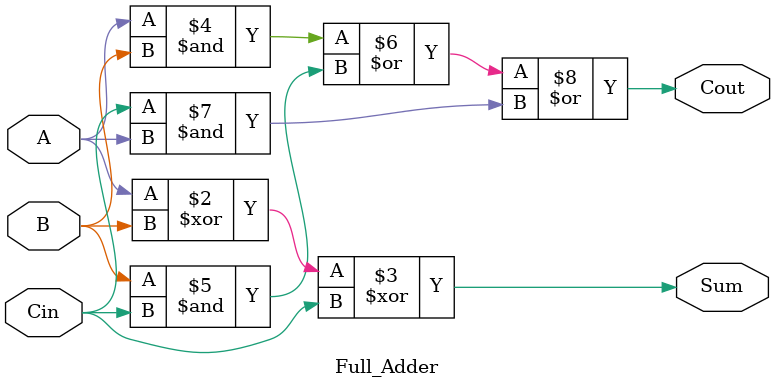
<source format=v>

module HalfAdder(sum, c_out, A, B);
    output sum;
    output c_out;
    input A;
    input B;
    xor(sum, A, B);
    and(c_out, A, B);
endmodule

module FullAdder(sum, c_out, i1, i2,c_in);
    output sum;
    output c_out;
    input i1;
    input i2;
    input c_in;
    wire s1,c1,c2;
    HalfAdder HA1(s1, c1, i1, i2);
    HalfAdder HA2(sum, c2 ,s1,c_in);
    or(c_out,c1,c2);
endmodule

// Behavioural Modelling

module Full_Adder (
    input A, // First input bit
    input B, // Second input bit
    input Cin, // Carry input
    output reg Sum, // Sum output
    output reg Cout // Carry output
    );
    // Behavioral modeling using always block
    always @(*) begin
    Sum = A ^ B ^ Cin; // XOR for Sum
    Cout = (A & B) | (B & Cin) | (Cin & A); // OR of three AND gates for Carry
    end
endmodule


</source>
